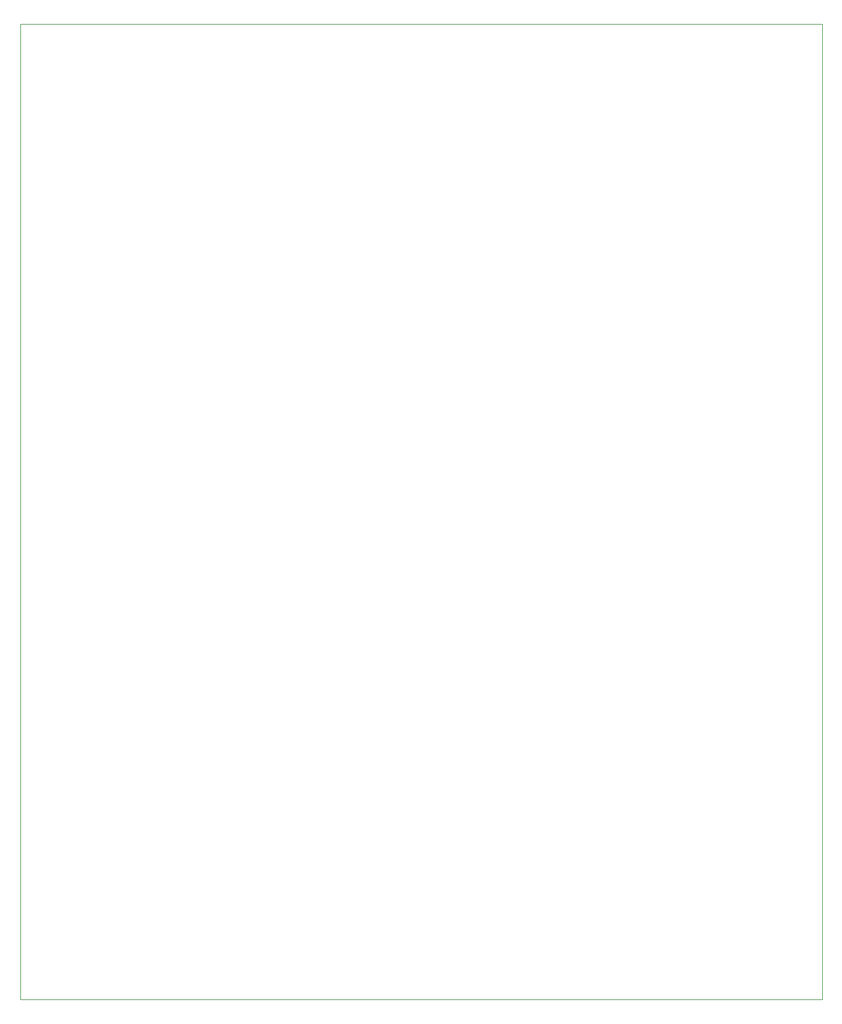
<source format=gbr>
%TF.GenerationSoftware,Altium Limited,Altium Designer,18.1.9 (240)*%
G04 Layer_Color=0*
%FSLAX26Y26*%
%MOIN*%
%TF.FileFunction,Profile,NP*%
%TF.Part,Single*%
G01*
G75*
%TA.AperFunction,Profile*%
%ADD130C,0.001000*%
D130*
X7700000Y1420000D02*
X12160000D01*
Y6840000D01*
X7700000D01*
Y1420000D01*
%TF.MD5,825a5ab3741f4761c7285c6fbd43f1e6*%
M02*

</source>
